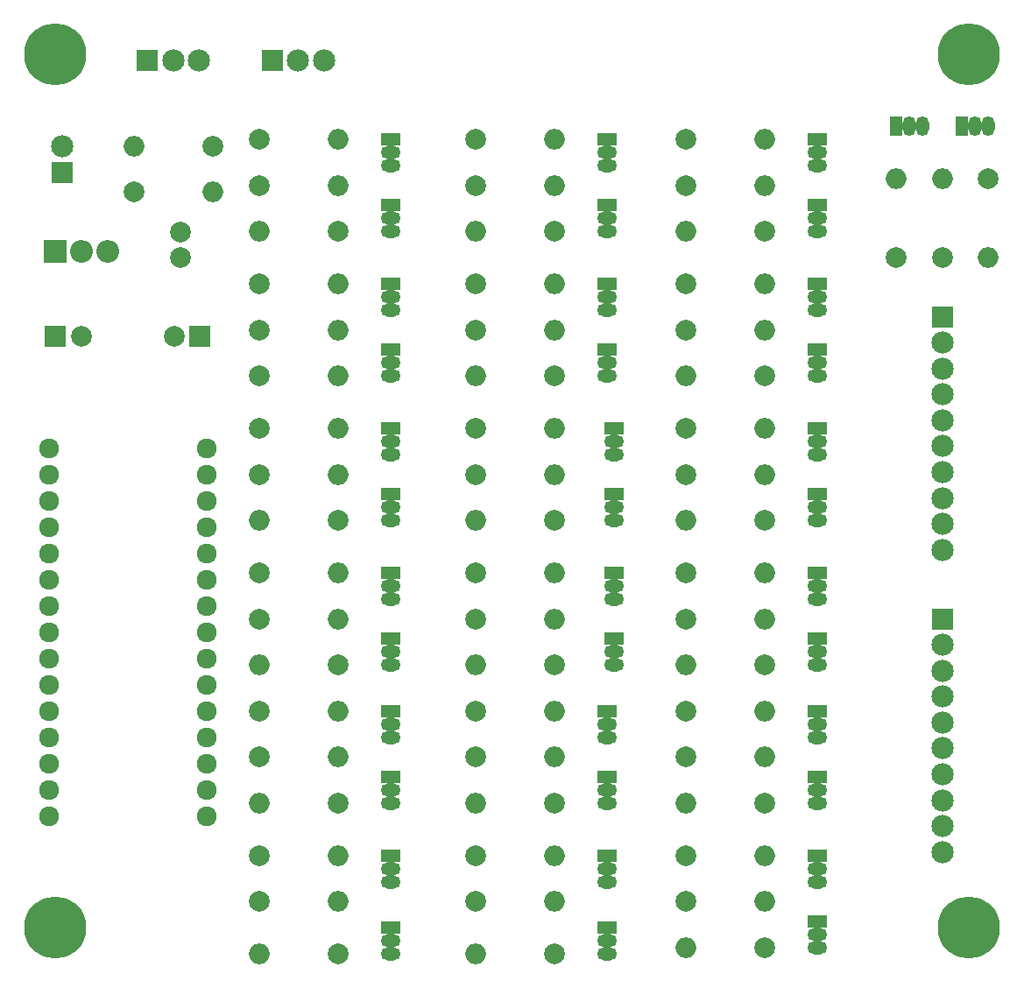
<source format=gbr>
G04 #@! TF.FileFunction,Soldermask,Bot*
%FSLAX46Y46*%
G04 Gerber Fmt 4.6, Leading zero omitted, Abs format (unit mm)*
G04 Created by KiCad (PCBNEW 4.0.7-e2-6376~61~ubuntu18.04.1) date Mon Sep  3 13:06:04 2018*
%MOMM*%
%LPD*%
G01*
G04 APERTURE LIST*
%ADD10C,0.100000*%
%ADD11C,6.000000*%
%ADD12O,1.900000X1.300000*%
%ADD13R,1.900000X1.300000*%
%ADD14C,2.000000*%
%ADD15O,2.000000X2.000000*%
%ADD16C,1.924000*%
%ADD17R,2.000000X2.000000*%
%ADD18R,2.150000X2.150000*%
%ADD19C,2.150000*%
%ADD20R,2.200000X2.200000*%
%ADD21O,2.200000X2.200000*%
%ADD22O,1.300000X1.900000*%
%ADD23R,1.300000X1.900000*%
G04 APERTURE END LIST*
D10*
D11*
X203200000Y-68580000D03*
X203200000Y-153035000D03*
X114935000Y-153035000D03*
D12*
X188595000Y-78105000D03*
X188595000Y-79375000D03*
D13*
X188595000Y-76835000D03*
D14*
X142240000Y-85725000D03*
D15*
X134620000Y-85725000D03*
D14*
X134620000Y-76835000D03*
D15*
X142240000Y-76835000D03*
D14*
X134620000Y-95250000D03*
D15*
X142240000Y-95250000D03*
D14*
X134620000Y-90805000D03*
D15*
X142240000Y-90805000D03*
D14*
X134620000Y-109220000D03*
D15*
X142240000Y-109220000D03*
D14*
X134620000Y-104775000D03*
D15*
X142240000Y-104775000D03*
D14*
X134620000Y-123190000D03*
D15*
X142240000Y-123190000D03*
D14*
X134620000Y-118745000D03*
D15*
X142240000Y-118745000D03*
D14*
X163195000Y-99695000D03*
D15*
X155575000Y-99695000D03*
D14*
X155575000Y-95250000D03*
D15*
X163195000Y-95250000D03*
D14*
X155575000Y-90805000D03*
D15*
X163195000Y-90805000D03*
D14*
X163195000Y-113665000D03*
D15*
X155575000Y-113665000D03*
D14*
X155575000Y-109220000D03*
D15*
X163195000Y-109220000D03*
D14*
X155575000Y-104775000D03*
D15*
X163195000Y-104775000D03*
D14*
X163195000Y-127635000D03*
D15*
X155575000Y-127635000D03*
D14*
X155575000Y-123190000D03*
D15*
X163195000Y-123190000D03*
D14*
X155575000Y-118745000D03*
D15*
X163195000Y-118745000D03*
D14*
X163195000Y-140970000D03*
D15*
X155575000Y-140970000D03*
D14*
X155575000Y-132080000D03*
D15*
X163195000Y-132080000D03*
D16*
X114300000Y-121920000D03*
X114300000Y-119380000D03*
X114300000Y-116840000D03*
X114300000Y-114300000D03*
X114300000Y-111760000D03*
X114300000Y-109220000D03*
X114300000Y-106680000D03*
X114300000Y-124460000D03*
X114300000Y-127000000D03*
X114300000Y-129540000D03*
X114300000Y-132080000D03*
X114300000Y-134620000D03*
X114300000Y-137160000D03*
X114300000Y-139700000D03*
X114300000Y-142240000D03*
X129540000Y-142240000D03*
X129540000Y-139700000D03*
X129540000Y-137160000D03*
X129540000Y-134620000D03*
X129540000Y-132080000D03*
X129540000Y-129540000D03*
X129540000Y-127000000D03*
X129540000Y-124460000D03*
X129540000Y-121920000D03*
X129540000Y-119380000D03*
X129540000Y-116840000D03*
X129540000Y-114300000D03*
X129540000Y-111760000D03*
X129540000Y-109220000D03*
X129540000Y-106680000D03*
D14*
X134620000Y-99695000D03*
D15*
X142240000Y-99695000D03*
D14*
X142240000Y-113665000D03*
D15*
X134620000Y-113665000D03*
D14*
X142240000Y-127635000D03*
D15*
X134620000Y-127635000D03*
D14*
X142240000Y-140970000D03*
D15*
X134620000Y-140970000D03*
D14*
X134620000Y-136525000D03*
D15*
X142240000Y-136525000D03*
D14*
X134620000Y-132080000D03*
D15*
X142240000Y-132080000D03*
D14*
X142240000Y-155575000D03*
D15*
X134620000Y-155575000D03*
D14*
X134620000Y-150495000D03*
D15*
X142240000Y-150495000D03*
D14*
X134620000Y-146050000D03*
D15*
X142240000Y-146050000D03*
D14*
X163195000Y-85725000D03*
D15*
X155575000Y-85725000D03*
D14*
X155575000Y-81280000D03*
D15*
X163195000Y-81280000D03*
D14*
X155575000Y-76835000D03*
D15*
X163195000Y-76835000D03*
D14*
X155575000Y-136525000D03*
D15*
X163195000Y-136525000D03*
D14*
X163195000Y-155575000D03*
D15*
X155575000Y-155575000D03*
D14*
X155575000Y-150495000D03*
D15*
X163195000Y-150495000D03*
D14*
X155575000Y-146050000D03*
D15*
X163195000Y-146050000D03*
D14*
X183515000Y-85725000D03*
D15*
X175895000Y-85725000D03*
D14*
X175895000Y-81280000D03*
D15*
X183515000Y-81280000D03*
D14*
X175895000Y-76835000D03*
D15*
X183515000Y-76835000D03*
D17*
X114935000Y-95885000D03*
D14*
X117435000Y-95885000D03*
D17*
X128905000Y-95885000D03*
D14*
X126405000Y-95885000D03*
X127000000Y-88265000D03*
X127000000Y-85765000D03*
D18*
X115570000Y-80010000D03*
D19*
X115570000Y-77510000D03*
D20*
X114935000Y-87630000D03*
D21*
X117475000Y-87630000D03*
X120015000Y-87630000D03*
D18*
X123825000Y-69215000D03*
D19*
X126325000Y-69215000D03*
X128825000Y-69215000D03*
D18*
X135890000Y-69215000D03*
D19*
X138390000Y-69215000D03*
X140890000Y-69215000D03*
D14*
X130175000Y-77470000D03*
D15*
X122555000Y-77470000D03*
D14*
X122555000Y-81915000D03*
D15*
X130175000Y-81915000D03*
D18*
X200660000Y-93980000D03*
D19*
X200660000Y-96480000D03*
X200660000Y-98980000D03*
X200660000Y-101480000D03*
X200660000Y-103980000D03*
X200660000Y-106480000D03*
X200660000Y-108980000D03*
X200660000Y-111480000D03*
X200660000Y-113980000D03*
X200660000Y-116480000D03*
D18*
X200660000Y-123190000D03*
D19*
X200660000Y-125690000D03*
X200660000Y-128190000D03*
X200660000Y-130690000D03*
X200660000Y-133190000D03*
X200660000Y-135690000D03*
X200660000Y-138190000D03*
X200660000Y-140690000D03*
X200660000Y-143190000D03*
X200660000Y-145690000D03*
D14*
X183515000Y-99695000D03*
D15*
X175895000Y-99695000D03*
D14*
X175895000Y-95250000D03*
D15*
X183515000Y-95250000D03*
D14*
X175895000Y-90805000D03*
D15*
X183515000Y-90805000D03*
D14*
X183515000Y-113665000D03*
D15*
X175895000Y-113665000D03*
D14*
X175895000Y-109220000D03*
D15*
X183515000Y-109220000D03*
D14*
X175895000Y-104775000D03*
D15*
X183515000Y-104775000D03*
D14*
X183515000Y-127635000D03*
D15*
X175895000Y-127635000D03*
D14*
X175895000Y-123190000D03*
D15*
X183515000Y-123190000D03*
D14*
X175895000Y-118745000D03*
D15*
X183515000Y-118745000D03*
D14*
X183515000Y-140970000D03*
D15*
X175895000Y-140970000D03*
D14*
X175895000Y-136525000D03*
D15*
X183515000Y-136525000D03*
D14*
X175895000Y-132080000D03*
D15*
X183515000Y-132080000D03*
D14*
X183515000Y-154940000D03*
D15*
X175895000Y-154940000D03*
D14*
X175895000Y-150495000D03*
D15*
X183515000Y-150495000D03*
D14*
X175895000Y-146050000D03*
D15*
X183515000Y-146050000D03*
D14*
X205105000Y-80645000D03*
D15*
X205105000Y-88265000D03*
D14*
X200660000Y-88265000D03*
D15*
X200660000Y-80645000D03*
D14*
X196215000Y-88265000D03*
D15*
X196215000Y-80645000D03*
D12*
X147320000Y-98425000D03*
X147320000Y-99695000D03*
D13*
X147320000Y-97155000D03*
D12*
X147320000Y-112395000D03*
X147320000Y-113665000D03*
D13*
X147320000Y-111125000D03*
D12*
X147320000Y-106045000D03*
X147320000Y-107315000D03*
D13*
X147320000Y-104775000D03*
D12*
X147320000Y-126365000D03*
X147320000Y-127635000D03*
D13*
X147320000Y-125095000D03*
D12*
X147320000Y-120015000D03*
X147320000Y-121285000D03*
D13*
X147320000Y-118745000D03*
D12*
X147320000Y-139700000D03*
X147320000Y-140970000D03*
D13*
X147320000Y-138430000D03*
D12*
X147320000Y-133350000D03*
X147320000Y-134620000D03*
D13*
X147320000Y-132080000D03*
D12*
X147320000Y-154305000D03*
X147320000Y-155575000D03*
D13*
X147320000Y-153035000D03*
D12*
X147320000Y-147320000D03*
X147320000Y-148590000D03*
D13*
X147320000Y-146050000D03*
D12*
X168275000Y-84455000D03*
X168275000Y-85725000D03*
D13*
X168275000Y-83185000D03*
D12*
X168275000Y-78105000D03*
X168275000Y-79375000D03*
D13*
X168275000Y-76835000D03*
D12*
X168275000Y-98425000D03*
X168275000Y-99695000D03*
D13*
X168275000Y-97155000D03*
D12*
X168275000Y-92075000D03*
X168275000Y-93345000D03*
D13*
X168275000Y-90805000D03*
D12*
X168910000Y-112395000D03*
X168910000Y-113665000D03*
D13*
X168910000Y-111125000D03*
D12*
X168910000Y-106045000D03*
X168910000Y-107315000D03*
D13*
X168910000Y-104775000D03*
D12*
X168910000Y-126365000D03*
X168910000Y-127635000D03*
D13*
X168910000Y-125095000D03*
D12*
X168910000Y-120015000D03*
X168910000Y-121285000D03*
D13*
X168910000Y-118745000D03*
D12*
X168275000Y-139700000D03*
X168275000Y-140970000D03*
D13*
X168275000Y-138430000D03*
D12*
X168275000Y-133350000D03*
X168275000Y-134620000D03*
D13*
X168275000Y-132080000D03*
D12*
X168275000Y-154305000D03*
X168275000Y-155575000D03*
D13*
X168275000Y-153035000D03*
D12*
X168275000Y-147320000D03*
X168275000Y-148590000D03*
D13*
X168275000Y-146050000D03*
D12*
X188595000Y-84455000D03*
X188595000Y-85725000D03*
D13*
X188595000Y-83185000D03*
D12*
X188595000Y-98425000D03*
X188595000Y-99695000D03*
D13*
X188595000Y-97155000D03*
D12*
X188595000Y-92075000D03*
X188595000Y-93345000D03*
D13*
X188595000Y-90805000D03*
D12*
X188595000Y-112395000D03*
X188595000Y-113665000D03*
D13*
X188595000Y-111125000D03*
D12*
X188595000Y-106045000D03*
X188595000Y-107315000D03*
D13*
X188595000Y-104775000D03*
D12*
X188595000Y-126365000D03*
X188595000Y-127635000D03*
D13*
X188595000Y-125095000D03*
D12*
X188595000Y-120015000D03*
X188595000Y-121285000D03*
D13*
X188595000Y-118745000D03*
D12*
X188595000Y-139700000D03*
X188595000Y-140970000D03*
D13*
X188595000Y-138430000D03*
D12*
X188595000Y-133350000D03*
X188595000Y-134620000D03*
D13*
X188595000Y-132080000D03*
D12*
X188595000Y-153670000D03*
X188595000Y-154940000D03*
D13*
X188595000Y-152400000D03*
D12*
X188595000Y-147320000D03*
X188595000Y-148590000D03*
D13*
X188595000Y-146050000D03*
D22*
X203835000Y-75565000D03*
X205105000Y-75565000D03*
D23*
X202565000Y-75565000D03*
D22*
X197485000Y-75565000D03*
X198755000Y-75565000D03*
D23*
X196215000Y-75565000D03*
D12*
X147320000Y-92075000D03*
X147320000Y-93345000D03*
D13*
X147320000Y-90805000D03*
D12*
X147320000Y-84455000D03*
X147320000Y-85725000D03*
D13*
X147320000Y-83185000D03*
D12*
X147320000Y-78105000D03*
X147320000Y-79375000D03*
D13*
X147320000Y-76835000D03*
D14*
X134620000Y-81280000D03*
D15*
X142240000Y-81280000D03*
D11*
X114935000Y-68580000D03*
M02*

</source>
